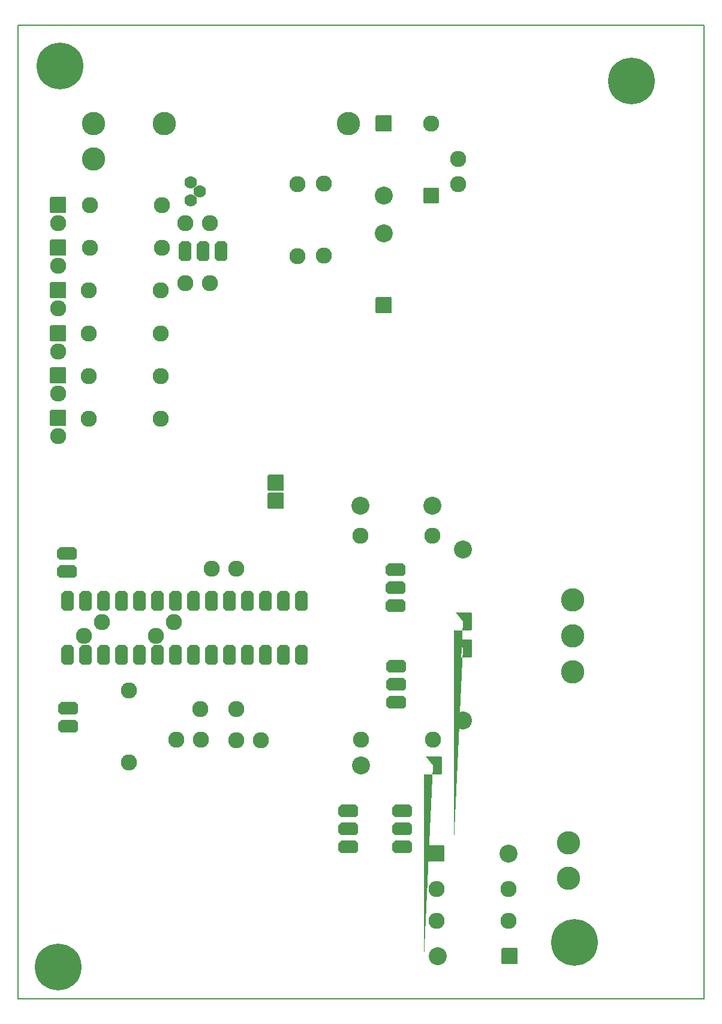
<source format=gbr>
G04 PROTEUS GERBER X2 FILE*
%TF.GenerationSoftware,Labcenter,Proteus,8.15-SP1-Build34318*%
%TF.CreationDate,2023-09-22T16:20:16+00:00*%
%TF.FileFunction,Soldermask,Top*%
%TF.FilePolarity,Negative*%
%TF.Part,Single*%
%TF.SameCoordinates,{3c8dde4f-ac42-4326-9e26-51d233c7aa90}*%
%FSLAX45Y45*%
%MOMM*%
G01*
%TA.AperFunction,Material*%
%ADD20C,3.302000*%
%TA.AperFunction,Material*%
%ADD21C,6.604000*%
%AMPPAD014*
4,1,36,
-0.952500,1.079500,
0.952500,1.079500,
0.978470,1.076970,
1.002480,1.069700,
1.024080,1.058150,
1.042790,1.042790,
1.058150,1.024070,
1.069700,1.002480,
1.076970,0.978470,
1.079500,0.952500,
1.079500,-0.952500,
1.076970,-0.978470,
1.069700,-1.002480,
1.058150,-1.024070,
1.042790,-1.042790,
1.024080,-1.058150,
1.002480,-1.069700,
0.978470,-1.076970,
0.952500,-1.079500,
-0.952500,-1.079500,
-0.978470,-1.076970,
-1.002480,-1.069700,
-1.024080,-1.058150,
-1.042790,-1.042790,
-1.058150,-1.024070,
-1.069700,-1.002480,
-1.076970,-0.978470,
-1.079500,-0.952500,
-1.079500,0.952500,
-1.076970,0.978470,
-1.069700,1.002480,
-1.058150,1.024070,
-1.042790,1.042790,
-1.024080,1.058150,
-1.002480,1.069700,
-0.978470,1.076970,
-0.952500,1.079500,
0*%
%TA.AperFunction,Material*%
%ADD22PPAD014*%
%ADD23C,2.286000*%
%AMPPAD016*
4,1,36,
1.143000,1.016000,
1.143000,-1.016000,
1.140470,-1.041970,
1.133200,-1.065980,
1.121650,-1.087580,
1.106290,-1.106290,
1.087570,-1.121650,
1.065980,-1.133200,
1.041970,-1.140470,
1.016000,-1.143000,
-1.016000,-1.143000,
-1.041970,-1.140470,
-1.065980,-1.133200,
-1.087570,-1.121650,
-1.106290,-1.106290,
-1.121650,-1.087580,
-1.133200,-1.065980,
-1.140470,-1.041970,
-1.143000,-1.016000,
-1.143000,1.016000,
-1.140470,1.041970,
-1.133200,1.065980,
-1.121650,1.087580,
-1.106290,1.106290,
-1.087570,1.121650,
-1.065980,1.133200,
-1.041970,1.140470,
-1.016000,1.143000,
1.016000,1.143000,
1.041970,1.140470,
1.065980,1.133200,
1.087570,1.121650,
1.106290,1.106290,
1.121650,1.087580,
1.133200,1.065980,
1.140470,1.041970,
1.143000,1.016000,
0*%
%ADD24PPAD016*%
%AMPPAD017*
4,1,36,
-1.016000,1.143000,
1.016000,1.143000,
1.041970,1.140470,
1.065980,1.133200,
1.087580,1.121650,
1.106290,1.106290,
1.121650,1.087570,
1.133200,1.065980,
1.140470,1.041970,
1.143000,1.016000,
1.143000,-1.016000,
1.140470,-1.041970,
1.133200,-1.065980,
1.121650,-1.087570,
1.106290,-1.106290,
1.087580,-1.121650,
1.065980,-1.133200,
1.041970,-1.140470,
1.016000,-1.143000,
-1.016000,-1.143000,
-1.041970,-1.140470,
-1.065980,-1.133200,
-1.087580,-1.121650,
-1.106290,-1.106290,
-1.121650,-1.087570,
-1.133200,-1.065980,
-1.140470,-1.041970,
-1.143000,-1.016000,
-1.143000,1.016000,
-1.140470,1.041970,
-1.133200,1.065980,
-1.121650,1.087570,
-1.106290,1.106290,
-1.087580,1.121650,
-1.065980,1.133200,
-1.041970,1.140470,
-1.016000,1.143000,
0*%
%ADD25PPAD017*%
%ADD26C,2.540000*%
%TA.AperFunction,Material*%
%ADD27C,1.778000*%
%AMPPAD020*
4,1,8,
0.509800,-1.397000,
-0.509800,-1.397000,
-0.889000,-1.017800,
-0.889000,1.017800,
-0.509800,1.397000,
0.509800,1.397000,
0.889000,1.017800,
0.889000,-1.017800,
0.509800,-1.397000,
0*%
%ADD28PPAD020*%
%AMPPAD021*
4,1,8,
1.397000,0.509800,
1.397000,-0.509800,
1.017800,-0.889000,
-1.017800,-0.889000,
-1.397000,-0.509800,
-1.397000,0.509800,
-1.017800,0.889000,
1.017800,0.889000,
1.397000,0.509800,
0*%
%TA.AperFunction,Material*%
%ADD29PPAD021*%
%AMPPAD022*
4,1,68,
-1.016000,1.270000,
1.016000,1.270000,
1.042400,1.268720,
1.067930,1.264950,
1.092490,1.258800,
1.115960,1.250400,
1.138220,1.239870,
1.159150,1.227300,
1.178650,1.212840,
1.196580,1.196580,
1.212840,1.178640,
1.227300,1.159150,
1.239860,1.138220,
1.250400,1.115960,
1.258800,1.092490,
1.264950,1.067930,
1.268720,1.042400,
1.270000,1.016000,
1.270000,-1.016000,
1.268720,-1.042400,
1.264950,-1.067930,
1.258800,-1.092490,
1.250400,-1.115960,
1.239860,-1.138220,
1.227300,-1.159150,
1.212840,-1.178640,
1.196580,-1.196580,
1.178650,-1.212840,
1.159150,-1.227300,
1.138220,-1.239870,
1.115960,-1.250400,
1.092490,-1.258800,
1.067930,-1.264950,
1.042400,-1.268720,
1.016000,-1.270000,
-1.016000,-1.270000,
-1.042400,-1.268720,
-1.067930,-1.264950,
-1.092490,-1.258800,
-1.115960,-1.250400,
-1.138220,-1.239870,
-1.159150,-1.227300,
-1.178650,-1.212840,
-1.196580,-1.196580,
-1.212840,-1.178640,
-1.227300,-1.159150,
-1.239860,-1.138220,
-1.250400,-1.115960,
-1.258800,-1.092490,
-1.264950,-1.067930,
-1.268720,-1.042400,
-1.270000,-1.016000,
-1.270000,1.016000,
-1.268720,1.042400,
-1.264950,1.067930,
-1.258800,1.092490,
-1.250400,1.115960,
-1.239860,1.138220,
-1.227300,1.159150,
-1.212840,1.178640,
-1.196580,1.196580,
-1.178650,1.212840,
-1.159150,1.227300,
-1.138220,1.239870,
-1.115960,1.250400,
-1.092490,1.258800,
-1.067930,1.264950,
-1.042400,1.268720,
-1.016000,1.270000,
0*%
%ADD72PPAD022*%
%TA.AperFunction,Profile*%
%ADD19C,0.203200*%
%TD.AperFunction*%
D20*
X-7150000Y+5150000D03*
X-7150000Y+4649620D03*
D21*
X-7620000Y+5969000D03*
X+450000Y+5750000D03*
X-7650000Y-6750000D03*
X-353560Y-6407000D03*
D20*
X-3550000Y+5150000D03*
X-6150000Y+5150000D03*
D22*
X-2378500Y+4134000D03*
D23*
X-2378500Y+5150000D03*
X-2000000Y+4650000D03*
X-2000000Y+4300000D03*
D24*
X-7650000Y+3400000D03*
D23*
X-7650000Y+3146000D03*
X-7200000Y+3400000D03*
X-6184000Y+3400000D03*
D24*
X-7650000Y+4000000D03*
D23*
X-7650000Y+3746000D03*
X-7200000Y+4000000D03*
X-6184000Y+4000000D03*
D25*
X-3050000Y+5150000D03*
D26*
X-3050000Y+4134000D03*
D23*
X-3894500Y+3294100D03*
X-3894500Y+4310100D03*
D27*
X-5777000Y+4327000D03*
X-5650000Y+4200000D03*
X-5777000Y+4073000D03*
D23*
X-4266000Y+3284000D03*
X-4266000Y+4300000D03*
D25*
X-3050000Y+2584000D03*
D26*
X-3050000Y+3600000D03*
D28*
X-5850000Y+3350000D03*
X-5596000Y+3350000D03*
X-5342000Y+3350000D03*
D23*
X-5500000Y+2900000D03*
X-5850000Y+2900000D03*
X-5850000Y+3750000D03*
X-5500000Y+3750000D03*
D28*
X-7511100Y-2350900D03*
X-7257100Y-2350900D03*
X-7003100Y-2350900D03*
X-6749100Y-2350900D03*
X-6495100Y-2350900D03*
X-6241100Y-2350900D03*
X-5987100Y-2350900D03*
X-5733100Y-2350900D03*
X-5479100Y-2350900D03*
X-5225100Y-2350900D03*
X-4971100Y-2350900D03*
X-4717100Y-2350900D03*
X-4463100Y-2350900D03*
X-4209100Y-2350900D03*
X-4209100Y-1588900D03*
X-4463100Y-1588900D03*
X-4717100Y-1588900D03*
X-4971100Y-1588900D03*
X-5225100Y-1588900D03*
X-5479100Y-1588900D03*
X-5733100Y-1588900D03*
X-5987100Y-1588900D03*
X-6241100Y-1588900D03*
X-6495100Y-1588900D03*
X-6749100Y-1588900D03*
X-7003100Y-1588900D03*
X-7257100Y-1588900D03*
X-7509100Y-1588900D03*
D23*
X-5480000Y-1130000D03*
X-5130000Y-1130000D03*
X-5130200Y-3112695D03*
X-5638200Y-3112695D03*
X-5980000Y-3540000D03*
X-5630000Y-3540000D03*
X-4783005Y-3549205D03*
X-5133005Y-3549205D03*
D29*
X-7521800Y-1169800D03*
X-7521800Y-915800D03*
D23*
X-6200000Y+2800000D03*
X-7216000Y+2800000D03*
X-6200000Y+2190000D03*
X-7216000Y+2190000D03*
D24*
X-7650000Y+2800000D03*
D23*
X-7650000Y+2546000D03*
D24*
X-7650000Y+2190000D03*
D23*
X-7650000Y+1936000D03*
D24*
X-7650000Y+1594000D03*
D23*
X-7650000Y+1340000D03*
D24*
X-7650000Y+994000D03*
D23*
X-7650000Y+740000D03*
X-6200000Y+1590000D03*
X-7216000Y+1590000D03*
X-6200000Y+990000D03*
X-7216000Y+990000D03*
D24*
X-4570000Y-170000D03*
X-4570000Y+84000D03*
D20*
X-438160Y-5000000D03*
X-438160Y-5500380D03*
D23*
X-6014000Y-1880000D03*
X-7030000Y-1880000D03*
X-6650000Y-3866000D03*
X-6650000Y-2850000D03*
D29*
X-2788160Y-5058000D03*
X-2788160Y-4804000D03*
X-2788160Y-4550000D03*
X-3550160Y-4550000D03*
X-3550160Y-4804000D03*
X-3550160Y-5058000D03*
D25*
X-1272160Y-6600000D03*
D26*
X-2288160Y-6600000D03*
D23*
X-1288160Y-6100000D03*
X-2304160Y-6100000D03*
X-2304160Y-5650000D03*
X-1288160Y-5650000D03*
X-7280000Y-2080000D03*
X-6264000Y-2080000D03*
D25*
X-2304160Y-5150000D03*
D26*
X-1288160Y-5150000D03*
D29*
X-7500000Y-3354000D03*
X-7500000Y-3100000D03*
D20*
X-380000Y-2588000D03*
X-380000Y-2080000D03*
X-380000Y-1572000D03*
D29*
X-2880000Y-1146000D03*
X-2880000Y-1400000D03*
X-2880000Y-1654000D03*
X-2870000Y-2506000D03*
X-2870000Y-2760000D03*
X-2870000Y-3014000D03*
D72*
X-1930000Y-2254000D03*
D26*
X-1930000Y-3270000D03*
D72*
X-1930000Y-1876000D03*
D26*
X-1930000Y-860000D03*
D23*
X-2354000Y-3540000D03*
X-3370000Y-3540000D03*
D72*
X-2354000Y-3910000D03*
D26*
X-3370000Y-3910000D03*
D23*
X-2360000Y-660000D03*
X-3376000Y-660000D03*
D26*
X-2364000Y-240000D03*
X-3380000Y-240000D03*
D19*
X-8214500Y-7201500D02*
X+1472000Y-7201500D01*
X+1472000Y+6540500D01*
X-8214500Y+6540500D01*
X-8214500Y-7201500D01*
M02*

</source>
